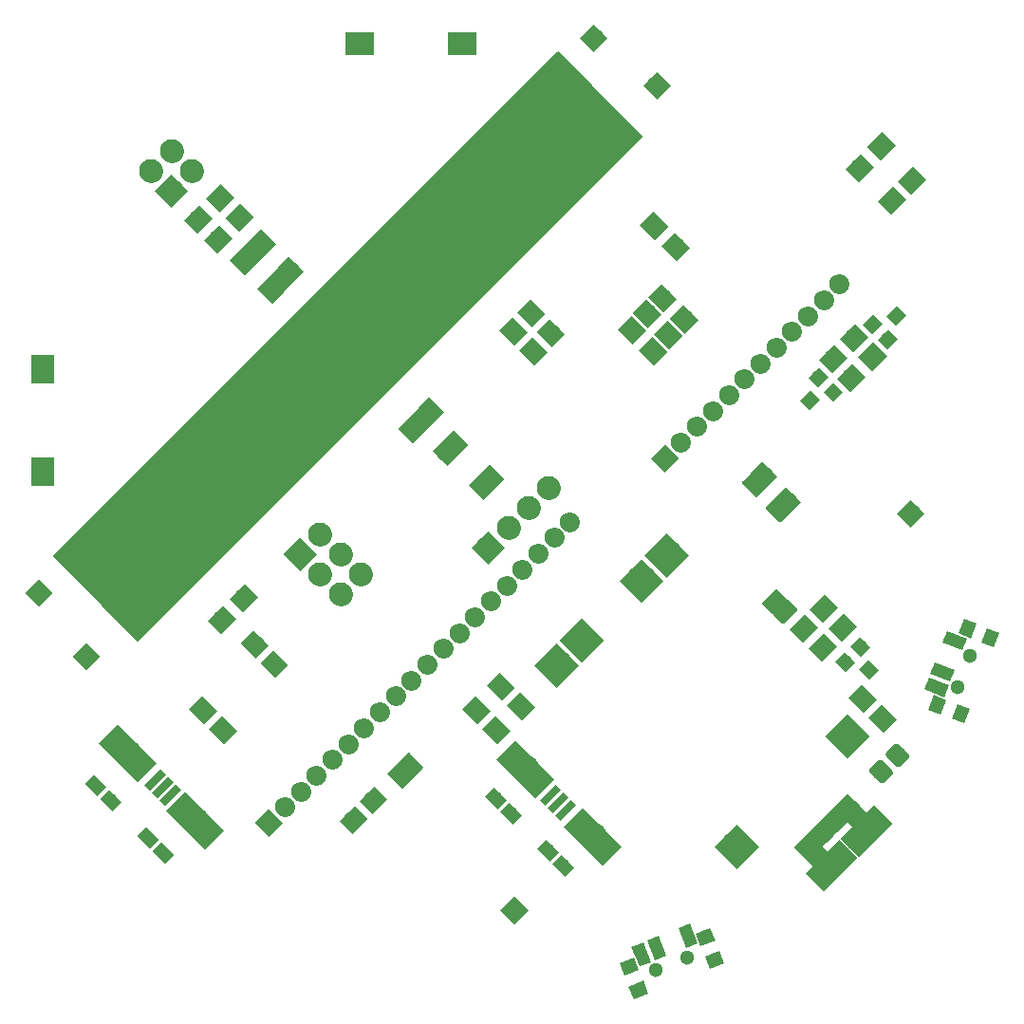
<source format=gbs>
G04 #@! TF.GenerationSoftware,KiCad,Pcbnew,(5.0.0)*
G04 #@! TF.CreationDate,2018-09-13T19:48:46+02:00*
G04 #@! TF.ProjectId,noname.kicad_pcb_45_grader,6E6F6E616D652E6B696361645F706362,rev?*
G04 #@! TF.SameCoordinates,PX5f5e100PY8f0d180*
G04 #@! TF.FileFunction,Soldermask,Bot*
G04 #@! TF.FilePolarity,Negative*
%FSLAX46Y46*%
G04 Gerber Fmt 4.6, Leading zero omitted, Abs format (unit mm)*
G04 Created by KiCad (PCBNEW (5.0.0)) date 09/13/18 19:48:46*
%MOMM*%
%LPD*%
G01*
G04 APERTURE LIST*
%ADD10C,0.150000*%
%ADD11C,1.400000*%
%ADD12C,0.100000*%
%ADD13C,1.200000*%
%ADD14C,1.100000*%
%ADD15C,1.300000*%
%ADD16C,2.400000*%
%ADD17C,1.750000*%
%ADD18R,2.580000X2.000000*%
%ADD19C,1.750000*%
%ADD20R,2.000000X2.580000*%
%ADD21C,1.575000*%
%ADD22C,2.300000*%
%ADD23C,1.875000*%
%ADD24C,0.850000*%
%ADD25C,0.700000*%
%ADD26C,1.550000*%
%ADD27C,1.700000*%
%ADD28C,2.800000*%
%ADD29C,1.000000*%
%ADD30C,2.100000*%
%ADD31C,2.100000*%
%ADD32C,1.650000*%
%ADD33C,1.150000*%
G04 APERTURE END LIST*
D10*
G36*
X22339023Y35002158D02*
X67311014Y79974149D01*
X59801540Y87483623D01*
X14843691Y42525774D01*
X22339023Y35002158D01*
G37*
X22339023Y35002158D02*
X67311014Y79974149D01*
X59801540Y87483623D01*
X14843691Y42525774D01*
X22339023Y35002158D01*
D11*
G04 #@! TO.C,JP9*
X53939625Y49589770D03*
D12*
G36*
X53762848Y50756496D02*
X55106351Y49412993D01*
X54116402Y48423044D01*
X52772899Y49766547D01*
X53762848Y50756496D01*
X53762848Y50756496D01*
G37*
D11*
X53020387Y48670532D03*
D12*
G36*
X52843610Y49837258D02*
X54187113Y48493755D01*
X53197164Y47503806D01*
X51853661Y48847309D01*
X52843610Y49837258D01*
X52843610Y49837258D01*
G37*
G04 #@! TD*
D13*
G04 #@! TO.C,Q1*
X89245467Y61872216D03*
D12*
G36*
X89210112Y60988333D02*
X88361584Y61836861D01*
X89280822Y62756099D01*
X90129350Y61907571D01*
X89210112Y60988333D01*
X89210112Y60988333D01*
G37*
D13*
X87901964Y63215719D03*
D12*
G36*
X87866609Y62331836D02*
X87018081Y63180364D01*
X87937319Y64099602D01*
X88785847Y63251074D01*
X87866609Y62331836D01*
X87866609Y62331836D01*
G37*
D13*
X89987929Y63958181D03*
D12*
G36*
X89952574Y63074298D02*
X89104046Y63922826D01*
X90023284Y64842064D01*
X90871812Y63993536D01*
X89952574Y63074298D01*
X89952574Y63074298D01*
G37*
G04 #@! TD*
D11*
G04 #@! TO.C,JP8*
X49788909Y51704021D03*
D12*
G36*
X49612132Y52870747D02*
X50955635Y51527244D01*
X49965686Y50537295D01*
X48622183Y51880798D01*
X49612132Y52870747D01*
X49612132Y52870747D01*
G37*
D11*
X50708147Y52623259D03*
D12*
G36*
X50531370Y53789985D02*
X51874873Y52446482D01*
X50884924Y51456533D01*
X49541421Y52800036D01*
X50531370Y53789985D01*
X50531370Y53789985D01*
G37*
G04 #@! TD*
D13*
G04 #@! TO.C,S4*
X72980894Y8555068D03*
D12*
G36*
X73412286Y9369869D02*
X73852087Y8253368D01*
X72549502Y7740267D01*
X72109701Y8856768D01*
X73412286Y9369869D01*
X73412286Y9369869D01*
G37*
D13*
X66188846Y5879609D03*
D12*
G36*
X66620238Y6694410D02*
X67060039Y5577909D01*
X65757454Y5064808D01*
X65317653Y6181309D01*
X66620238Y6694410D01*
X66620238Y6694410D01*
G37*
D13*
X66998814Y3823385D03*
D12*
G36*
X67430206Y4638186D02*
X67870007Y3521685D01*
X66567422Y3008584D01*
X66127621Y4125085D01*
X67430206Y4638186D01*
X67430206Y4638186D01*
G37*
D13*
X73790862Y6498845D03*
D12*
G36*
X74222254Y7313646D02*
X74662055Y6197145D01*
X73359470Y5684044D01*
X72919669Y6800545D01*
X74222254Y7313646D01*
X74222254Y7313646D01*
G37*
D14*
X67253205Y6997482D03*
D12*
G36*
X67416758Y8082954D02*
X68113111Y6315161D01*
X67089652Y5912010D01*
X66393299Y7679803D01*
X67416758Y8082954D01*
X67416758Y8082954D01*
G37*
D14*
X68648831Y7547234D03*
D12*
G36*
X68812384Y8632706D02*
X69508737Y6864913D01*
X68485278Y6461762D01*
X67788925Y8229555D01*
X68812384Y8632706D01*
X68812384Y8632706D01*
G37*
D14*
X71440083Y8646738D03*
D12*
G36*
X71603636Y9732210D02*
X72299989Y7964417D01*
X71276530Y7561266D01*
X70580177Y9329059D01*
X71603636Y9732210D01*
X71603636Y9732210D01*
G37*
D15*
X68596060Y5634823D03*
X71387313Y6734327D03*
G04 #@! TD*
D16*
G04 #@! TO.C,Y4*
X27465547Y18915479D03*
D12*
G36*
X24884607Y19799362D02*
X26581664Y21496419D01*
X30046487Y18031596D01*
X28349430Y16334539D01*
X24884607Y19799362D01*
X24884607Y19799362D01*
G37*
D16*
X21455139Y24925887D03*
D12*
G36*
X18874199Y25809770D02*
X20571256Y27506827D01*
X24036079Y24042004D01*
X22339022Y22344947D01*
X18874199Y25809770D01*
X18874199Y25809770D01*
G37*
G04 #@! TD*
D17*
G04 #@! TO.C,J14*
X91296076Y46301724D03*
D12*
G36*
X91296076Y45064287D02*
X90058639Y46301724D01*
X91296076Y47539161D01*
X92533513Y46301724D01*
X91296076Y45064287D01*
X91296076Y45064287D01*
G37*
G04 #@! TD*
D15*
G04 #@! TO.C,S2*
X96607639Y33646402D03*
X95508135Y30855149D03*
D14*
X95244980Y34989257D03*
D12*
G36*
X94562659Y35849163D02*
X96330452Y35152810D01*
X95927301Y34129351D01*
X94159508Y34825704D01*
X94562659Y35849163D01*
X94562659Y35849163D01*
G37*
D14*
X94145476Y32198005D03*
D12*
G36*
X93463155Y33057911D02*
X95230948Y32361558D01*
X94827797Y31338099D01*
X93060004Y32034452D01*
X93463155Y33057911D01*
X93463155Y33057911D01*
G37*
D14*
X93595724Y30802379D03*
D12*
G36*
X92913403Y31662285D02*
X94681196Y30965932D01*
X94278045Y29942473D01*
X92510252Y30638826D01*
X92913403Y31662285D01*
X92913403Y31662285D01*
G37*
D13*
X98419077Y35243648D03*
D12*
G36*
X98117377Y36114841D02*
X99233878Y35675040D01*
X98720777Y34372455D01*
X97604276Y34812256D01*
X98117377Y36114841D01*
X98117377Y36114841D01*
G37*
D13*
X95743617Y28451600D03*
D12*
G36*
X95441917Y29322793D02*
X96558418Y28882992D01*
X96045317Y27580407D01*
X94928816Y28020208D01*
X95441917Y29322793D01*
X95441917Y29322793D01*
G37*
D13*
X93687394Y29261568D03*
D12*
G36*
X93385694Y30132761D02*
X94502195Y29692960D01*
X93989094Y28390375D01*
X92872593Y28830176D01*
X93385694Y30132761D01*
X93385694Y30132761D01*
G37*
D13*
X96362853Y36053616D03*
D12*
G36*
X96061153Y36924809D02*
X97177654Y36485008D01*
X96664553Y35182423D01*
X95548052Y35622224D01*
X96061153Y36924809D01*
X96061153Y36924809D01*
G37*
G04 #@! TD*
D13*
G04 #@! TO.C,Q2*
X82301678Y56427493D03*
D12*
G36*
X82337033Y57311376D02*
X83185561Y56462848D01*
X82266323Y55543610D01*
X81417795Y56392138D01*
X82337033Y57311376D01*
X82337033Y57311376D01*
G37*
D13*
X84387643Y57169955D03*
D12*
G36*
X84422998Y58053838D02*
X85271526Y57205310D01*
X84352288Y56286072D01*
X83503760Y57134600D01*
X84422998Y58053838D01*
X84422998Y58053838D01*
G37*
D13*
X83044140Y58513458D03*
D12*
G36*
X83079495Y59397341D02*
X83928023Y58548813D01*
X83008785Y57629575D01*
X82160257Y58478103D01*
X83079495Y59397341D01*
X83079495Y59397341D01*
G37*
G04 #@! TD*
D18*
G04 #@! TO.C,S1*
X51281781Y88204872D03*
X42101781Y88204872D03*
G04 #@! TD*
D16*
G04 #@! TO.C,Y3*
X62926952Y17508336D03*
D12*
G36*
X65507892Y16624453D02*
X63810835Y14927396D01*
X60346012Y18392219D01*
X62043069Y20089276D01*
X65507892Y16624453D01*
X65507892Y16624453D01*
G37*
D16*
X56916544Y23518744D03*
D12*
G36*
X59497484Y22634861D02*
X57800427Y20937804D01*
X54335604Y24402627D01*
X56032661Y26099684D01*
X59497484Y22634861D01*
X59497484Y22634861D01*
G37*
G04 #@! TD*
D17*
G04 #@! TO.C,J13*
X55940737Y10946385D03*
D12*
G36*
X55940737Y9708948D02*
X54703300Y10946385D01*
X55940737Y12183822D01*
X57178174Y10946385D01*
X55940737Y9708948D01*
X55940737Y9708948D01*
G37*
G04 #@! TD*
D17*
G04 #@! TO.C,J4*
X68668659Y84485491D03*
D12*
G36*
X68668659Y83248054D02*
X67431222Y84485491D01*
X68668659Y85722928D01*
X69906096Y84485491D01*
X68668659Y83248054D01*
X68668659Y83248054D01*
G37*
G04 #@! TD*
D17*
G04 #@! TO.C,J16*
X84932115Y66807821D03*
D19*
X84932115Y66807821D02*
X84932115Y66807821D01*
D17*
X83517902Y65393608D03*
D19*
X83517902Y65393608D02*
X83517902Y65393608D01*
D17*
X82103688Y63979394D03*
D19*
X82103688Y63979394D02*
X82103688Y63979394D01*
D17*
X80689474Y62565180D03*
D19*
X80689474Y62565180D02*
X80689474Y62565180D01*
D17*
X79275261Y61150967D03*
D19*
X79275261Y61150967D02*
X79275261Y61150967D01*
D17*
X77861047Y59736753D03*
D19*
X77861047Y59736753D02*
X77861047Y59736753D01*
D17*
X76446834Y58322540D03*
D19*
X76446834Y58322540D02*
X76446834Y58322540D01*
D17*
X75032620Y56908326D03*
D19*
X75032620Y56908326D02*
X75032620Y56908326D01*
D17*
X73618407Y55494113D03*
D19*
X73618407Y55494113D02*
X73618407Y55494113D01*
D17*
X72204193Y54079899D03*
D19*
X72204193Y54079899D02*
X72204193Y54079899D01*
D17*
X70789980Y52665686D03*
D19*
X70789980Y52665686D02*
X70789980Y52665686D01*
D17*
X69375766Y51251472D03*
D12*
G36*
X70613203Y51251472D02*
X69375766Y50014035D01*
X68138329Y51251472D01*
X69375766Y52488909D01*
X70613203Y51251472D01*
X70613203Y51251472D01*
G37*
G04 #@! TD*
D17*
G04 #@! TO.C,J3*
X63011805Y88728131D03*
D12*
G36*
X63011805Y87490694D02*
X61774368Y88728131D01*
X63011805Y89965568D01*
X64249242Y88728131D01*
X63011805Y87490694D01*
X63011805Y87490694D01*
G37*
G04 #@! TD*
D20*
G04 #@! TO.C,S3*
X13832528Y59214371D03*
X13832528Y50034371D03*
G04 #@! TD*
D17*
G04 #@! TO.C,J15*
X60890485Y45594618D03*
D19*
X60890485Y45594618D02*
X60890485Y45594618D01*
D17*
X59476271Y44180404D03*
D19*
X59476271Y44180404D02*
X59476271Y44180404D01*
D17*
X58062058Y42766191D03*
D19*
X58062058Y42766191D02*
X58062058Y42766191D01*
D17*
X56647844Y41351977D03*
D19*
X56647844Y41351977D02*
X56647844Y41351977D01*
D17*
X55233630Y39937763D03*
D19*
X55233630Y39937763D02*
X55233630Y39937763D01*
D17*
X53819417Y38523550D03*
D19*
X53819417Y38523550D02*
X53819417Y38523550D01*
D17*
X52405203Y37109336D03*
D19*
X52405203Y37109336D02*
X52405203Y37109336D01*
D17*
X50990990Y35695123D03*
D19*
X50990990Y35695123D02*
X50990990Y35695123D01*
D17*
X49576776Y34280909D03*
D19*
X49576776Y34280909D02*
X49576776Y34280909D01*
D17*
X48162563Y32866696D03*
D19*
X48162563Y32866696D02*
X48162563Y32866696D01*
D17*
X46748349Y31452482D03*
D19*
X46748349Y31452482D02*
X46748349Y31452482D01*
D17*
X45334135Y30038268D03*
D19*
X45334135Y30038268D02*
X45334135Y30038268D01*
D17*
X43919922Y28624055D03*
D19*
X43919922Y28624055D02*
X43919922Y28624055D01*
D17*
X42505708Y27209841D03*
D19*
X42505708Y27209841D02*
X42505708Y27209841D01*
D17*
X41091495Y25795628D03*
D19*
X41091495Y25795628D02*
X41091495Y25795628D01*
D17*
X39677281Y24381414D03*
D19*
X39677281Y24381414D02*
X39677281Y24381414D01*
D17*
X38263068Y22967201D03*
D19*
X38263068Y22967201D02*
X38263068Y22967201D01*
D17*
X36848854Y21552987D03*
D19*
X36848854Y21552987D02*
X36848854Y21552987D01*
D17*
X35434641Y20138774D03*
D19*
X35434641Y20138774D02*
X35434641Y20138774D01*
D17*
X34020427Y18724560D03*
D12*
G36*
X35257864Y18724560D02*
X34020427Y17487123D01*
X32782990Y18724560D01*
X34020427Y19961997D01*
X35257864Y18724560D01*
X35257864Y18724560D01*
G37*
G04 #@! TD*
D11*
G04 #@! TO.C,JP6*
X46691780Y53726345D03*
D12*
G36*
X46868557Y52559619D02*
X45525054Y53903122D01*
X46515003Y54893071D01*
X47858506Y53549568D01*
X46868557Y52559619D01*
X46868557Y52559619D01*
G37*
D11*
X47611019Y54645584D03*
D12*
G36*
X47787796Y53478858D02*
X46444293Y54822361D01*
X47434242Y55812310D01*
X48777745Y54468807D01*
X47787796Y53478858D01*
X47787796Y53478858D01*
G37*
D11*
X48530258Y55564823D03*
D12*
G36*
X48707035Y54398097D02*
X47363532Y55741600D01*
X48353481Y56731549D01*
X49696984Y55388046D01*
X48707035Y54398097D01*
X48707035Y54398097D01*
G37*
G04 #@! TD*
D17*
G04 #@! TO.C,J1*
X13514330Y39230657D03*
D12*
G36*
X13514330Y37993220D02*
X12276893Y39230657D01*
X13514330Y40468094D01*
X14751767Y39230657D01*
X13514330Y37993220D01*
X13514330Y37993220D01*
G37*
G04 #@! TD*
D21*
G04 #@! TO.C,J5*
X85186673Y15867848D03*
D12*
G36*
X84930347Y17237867D02*
X86556692Y15611522D01*
X85442999Y14497829D01*
X83816654Y16124174D01*
X84930347Y17237867D01*
X84930347Y17237867D01*
G37*
D21*
X86374613Y17055788D03*
D12*
G36*
X86118287Y18425807D02*
X87744632Y16799462D01*
X86630939Y15685769D01*
X85004594Y17312114D01*
X86118287Y18425807D01*
X86118287Y18425807D01*
G37*
D22*
X83722962Y14404137D03*
D12*
G36*
X83890900Y16198420D02*
X85517245Y14572075D01*
X83555024Y12609854D01*
X81928679Y14236199D01*
X83890900Y16198420D01*
X83890900Y16198420D01*
G37*
D22*
X87838324Y18519499D03*
D12*
G36*
X88006262Y20313782D02*
X89632607Y18687437D01*
X87670386Y16725216D01*
X86044041Y18351561D01*
X88006262Y20313782D01*
X88006262Y20313782D01*
G37*
D23*
X82413047Y16346913D03*
D12*
G36*
X82192076Y17893709D02*
X83959843Y16125942D01*
X82634018Y14800117D01*
X80866251Y16567884D01*
X82192076Y17893709D01*
X82192076Y17893709D01*
G37*
D23*
X85895548Y19829414D03*
D12*
G36*
X85674577Y21376210D02*
X87442344Y19608443D01*
X86116519Y18282618D01*
X84348752Y20050385D01*
X85674577Y21376210D01*
X85674577Y21376210D01*
G37*
D24*
X82980500Y17423483D03*
D12*
G36*
X82651695Y18353328D02*
X83910345Y17094678D01*
X83309305Y16493638D01*
X82050655Y17752288D01*
X82651695Y18353328D01*
X82651695Y18353328D01*
G37*
D24*
X83440120Y17883102D03*
D12*
G36*
X83111315Y18812947D02*
X84369965Y17554297D01*
X83768925Y16953257D01*
X82510275Y18211907D01*
X83111315Y18812947D01*
X83111315Y18812947D01*
G37*
D24*
X83899739Y18342722D03*
D12*
G36*
X83570934Y19272567D02*
X84829584Y18013917D01*
X84228544Y17412877D01*
X82969894Y18671527D01*
X83570934Y19272567D01*
X83570934Y19272567D01*
G37*
D24*
X84359359Y18802341D03*
D12*
G36*
X84030554Y19732186D02*
X85289204Y18473536D01*
X84688164Y17872496D01*
X83429514Y19131146D01*
X84030554Y19732186D01*
X84030554Y19732186D01*
G37*
D24*
X84818978Y19261961D03*
D12*
G36*
X84490173Y20191806D02*
X85748823Y18933156D01*
X85147783Y18332116D01*
X83889133Y19590766D01*
X84490173Y20191806D01*
X84490173Y20191806D01*
G37*
G04 #@! TD*
D13*
G04 #@! TO.C,U2*
X85462446Y33114183D03*
D12*
G36*
X84578563Y33149538D02*
X85427091Y33998066D01*
X86346329Y33078828D01*
X85497801Y32230300D01*
X84578563Y33149538D01*
X84578563Y33149538D01*
G37*
D13*
X86805949Y34457686D03*
D12*
G36*
X85922066Y34493041D02*
X86770594Y35341569D01*
X87689832Y34422331D01*
X86841304Y33573803D01*
X85922066Y34493041D01*
X85922066Y34493041D01*
G37*
D13*
X87548411Y32371721D03*
D12*
G36*
X86664528Y32407076D02*
X87513056Y33255604D01*
X88432294Y32336366D01*
X87583766Y31487838D01*
X86664528Y32407076D01*
X86664528Y32407076D01*
G37*
G04 #@! TD*
D25*
G04 #@! TO.C,Y2*
X25231089Y21220647D03*
D12*
G36*
X26185683Y21680266D02*
X24771470Y20266053D01*
X24276495Y20761028D01*
X25690708Y22175241D01*
X26185683Y21680266D01*
X26185683Y21680266D01*
G37*
D25*
X24559338Y21892398D03*
D12*
G36*
X25513932Y22352017D02*
X24099719Y20937804D01*
X23604744Y21432779D01*
X25018957Y22846992D01*
X25513932Y22352017D01*
X25513932Y22352017D01*
G37*
D25*
X23887587Y22564149D03*
D12*
G36*
X24842181Y23023768D02*
X23427968Y21609555D01*
X22932993Y22104530D01*
X24347206Y23518743D01*
X24842181Y23023768D01*
X24842181Y23023768D01*
G37*
G04 #@! TD*
G04 #@! TO.C,D26*
G36*
X88606743Y24346286D02*
X88639453Y24341434D01*
X88671529Y24333400D01*
X88702663Y24322260D01*
X88732556Y24308122D01*
X88760919Y24291122D01*
X88787479Y24271424D01*
X88811980Y24249217D01*
X89608244Y23452953D01*
X89630451Y23428452D01*
X89650149Y23401892D01*
X89667149Y23373529D01*
X89681287Y23343636D01*
X89692427Y23312502D01*
X89700461Y23280426D01*
X89705313Y23247716D01*
X89706936Y23214689D01*
X89705313Y23181662D01*
X89700461Y23148952D01*
X89692427Y23116876D01*
X89681287Y23085742D01*
X89667149Y23055849D01*
X89650149Y23027486D01*
X89630451Y23000926D01*
X89608244Y22976425D01*
X88988756Y22356937D01*
X88964255Y22334730D01*
X88937695Y22315032D01*
X88909332Y22298032D01*
X88879439Y22283894D01*
X88848305Y22272754D01*
X88816229Y22264720D01*
X88783519Y22259868D01*
X88750492Y22258245D01*
X88717465Y22259868D01*
X88684755Y22264720D01*
X88652679Y22272754D01*
X88621545Y22283894D01*
X88591652Y22298032D01*
X88563289Y22315032D01*
X88536729Y22334730D01*
X88512228Y22356937D01*
X87715964Y23153201D01*
X87693757Y23177702D01*
X87674059Y23204262D01*
X87657059Y23232625D01*
X87642921Y23262518D01*
X87631781Y23293652D01*
X87623747Y23325728D01*
X87618895Y23358438D01*
X87617272Y23391465D01*
X87618895Y23424492D01*
X87623747Y23457202D01*
X87631781Y23489278D01*
X87642921Y23520412D01*
X87657059Y23550305D01*
X87674059Y23578668D01*
X87693757Y23605228D01*
X87715964Y23629729D01*
X88335452Y24249217D01*
X88359953Y24271424D01*
X88386513Y24291122D01*
X88414876Y24308122D01*
X88444769Y24322260D01*
X88475903Y24333400D01*
X88507979Y24341434D01*
X88540689Y24346286D01*
X88573716Y24347909D01*
X88606743Y24346286D01*
X88606743Y24346286D01*
G37*
D26*
X88662104Y23303077D03*
D12*
G36*
X90056311Y25795854D02*
X90089021Y25791002D01*
X90121097Y25782968D01*
X90152231Y25771828D01*
X90182124Y25757690D01*
X90210487Y25740690D01*
X90237047Y25720992D01*
X90261548Y25698785D01*
X91057812Y24902521D01*
X91080019Y24878020D01*
X91099717Y24851460D01*
X91116717Y24823097D01*
X91130855Y24793204D01*
X91141995Y24762070D01*
X91150029Y24729994D01*
X91154881Y24697284D01*
X91156504Y24664257D01*
X91154881Y24631230D01*
X91150029Y24598520D01*
X91141995Y24566444D01*
X91130855Y24535310D01*
X91116717Y24505417D01*
X91099717Y24477054D01*
X91080019Y24450494D01*
X91057812Y24425993D01*
X90438324Y23806505D01*
X90413823Y23784298D01*
X90387263Y23764600D01*
X90358900Y23747600D01*
X90329007Y23733462D01*
X90297873Y23722322D01*
X90265797Y23714288D01*
X90233087Y23709436D01*
X90200060Y23707813D01*
X90167033Y23709436D01*
X90134323Y23714288D01*
X90102247Y23722322D01*
X90071113Y23733462D01*
X90041220Y23747600D01*
X90012857Y23764600D01*
X89986297Y23784298D01*
X89961796Y23806505D01*
X89165532Y24602769D01*
X89143325Y24627270D01*
X89123627Y24653830D01*
X89106627Y24682193D01*
X89092489Y24712086D01*
X89081349Y24743220D01*
X89073315Y24775296D01*
X89068463Y24808006D01*
X89066840Y24841033D01*
X89068463Y24874060D01*
X89073315Y24906770D01*
X89081349Y24938846D01*
X89092489Y24969980D01*
X89106627Y24999873D01*
X89123627Y25028236D01*
X89143325Y25054796D01*
X89165532Y25079297D01*
X89785020Y25698785D01*
X89809521Y25720992D01*
X89836081Y25740690D01*
X89864444Y25757690D01*
X89894337Y25771828D01*
X89925471Y25782968D01*
X89957547Y25791002D01*
X89990257Y25795854D01*
X90023284Y25797477D01*
X90056311Y25795854D01*
X90056311Y25795854D01*
G37*
D26*
X90111672Y24752645D03*
G04 #@! TD*
D25*
G04 #@! TO.C,Y1*
X60515718Y19848860D03*
D12*
G36*
X59561124Y19389241D02*
X60975337Y20803454D01*
X61470312Y20308479D01*
X60056099Y18894266D01*
X59561124Y19389241D01*
X59561124Y19389241D01*
G37*
D25*
X59843967Y20520611D03*
D12*
G36*
X58889373Y20060992D02*
X60303586Y21475205D01*
X60798561Y20980230D01*
X59384348Y19566017D01*
X58889373Y20060992D01*
X58889373Y20060992D01*
G37*
D25*
X59172216Y21192362D03*
D12*
G36*
X58217622Y20732743D02*
X59631835Y22146956D01*
X60126810Y21651981D01*
X58712597Y20237768D01*
X58217622Y20732743D01*
X58217622Y20732743D01*
G37*
G04 #@! TD*
D27*
G04 #@! TO.C,R13*
X27762532Y72570741D03*
D12*
G36*
X27833243Y73843533D02*
X29035324Y72641452D01*
X27691821Y71297949D01*
X26489740Y72500030D01*
X27833243Y73843533D01*
X27833243Y73843533D01*
G37*
D27*
X29671720Y74479929D03*
D12*
G36*
X29742431Y75752721D02*
X30944512Y74550640D01*
X29601009Y73207137D01*
X28398928Y74409218D01*
X29742431Y75752721D01*
X29742431Y75752721D01*
G37*
G04 #@! TD*
D27*
G04 #@! TO.C,R14*
X31439487Y72712162D03*
D12*
G36*
X31510198Y73984954D02*
X32712279Y72782873D01*
X31368776Y71439370D01*
X30166695Y72641451D01*
X31510198Y73984954D01*
X31510198Y73984954D01*
G37*
D27*
X29530299Y70802974D03*
D12*
G36*
X29601010Y72075766D02*
X30803091Y70873685D01*
X29459588Y69530182D01*
X28257507Y70732263D01*
X29601010Y72075766D01*
X29601010Y72075766D01*
G37*
G04 #@! TD*
D11*
G04 #@! TO.C,JP7*
X31686974Y68717009D03*
D12*
G36*
X31863751Y67550283D02*
X30520248Y68893786D01*
X31510197Y69883735D01*
X32853700Y68540232D01*
X31863751Y67550283D01*
X31863751Y67550283D01*
G37*
D11*
X32606213Y69636248D03*
D12*
G36*
X32782990Y68469522D02*
X31439487Y69813025D01*
X32429436Y70802974D01*
X33772939Y69459471D01*
X32782990Y68469522D01*
X32782990Y68469522D01*
G37*
D11*
X33525452Y70555487D03*
D12*
G36*
X33702229Y69388761D02*
X32358726Y70732264D01*
X33348675Y71722213D01*
X34692178Y70378710D01*
X33702229Y69388761D01*
X33702229Y69388761D01*
G37*
G04 #@! TD*
D11*
G04 #@! TO.C,JP5*
X36000326Y68080613D03*
D12*
G36*
X36177103Y66913887D02*
X34833600Y68257390D01*
X35823549Y69247339D01*
X37167052Y67903836D01*
X36177103Y66913887D01*
X36177103Y66913887D01*
G37*
D11*
X35081087Y67161374D03*
D12*
G36*
X35257864Y65994648D02*
X33914361Y67338151D01*
X34904310Y68328100D01*
X36247813Y66984597D01*
X35257864Y65994648D01*
X35257864Y65994648D01*
G37*
D11*
X34161848Y66242135D03*
D12*
G36*
X34338625Y65075409D02*
X32995122Y66418912D01*
X33985071Y67408861D01*
X35328574Y66065358D01*
X34338625Y65075409D01*
X34338625Y65075409D01*
G37*
G04 #@! TD*
D17*
G04 #@! TO.C,J2*
X17756971Y33573802D03*
D12*
G36*
X17756971Y32336365D02*
X16519534Y33573802D01*
X17756971Y34811239D01*
X18994408Y33573802D01*
X17756971Y32336365D01*
X17756971Y32336365D01*
G37*
G04 #@! TD*
D27*
G04 #@! TO.C,R1*
X68421172Y72005056D03*
D12*
G36*
X69693964Y71934345D02*
X68491883Y70732264D01*
X67148380Y72075767D01*
X68350461Y73277848D01*
X69693964Y71934345D01*
X69693964Y71934345D01*
G37*
D27*
X70330360Y70095868D03*
D12*
G36*
X71603152Y70025157D02*
X70401071Y68823076D01*
X69057568Y70166579D01*
X70259649Y71368660D01*
X71603152Y70025157D01*
X71603152Y70025157D01*
G37*
G04 #@! TD*
D28*
G04 #@! TO.C,M1*
X69538400Y42575272D03*
D12*
G36*
X71518299Y42575272D02*
X69538400Y40595373D01*
X67558501Y42575272D01*
X69538400Y44555171D01*
X71518299Y42575272D01*
X71518299Y42575272D01*
G37*
D28*
X67275659Y40312530D03*
D12*
G36*
X69255558Y40312530D02*
X67275659Y38332631D01*
X65295760Y40312530D01*
X67275659Y42292429D01*
X69255558Y40312530D01*
X69255558Y40312530D01*
G37*
D28*
X61972358Y35009229D03*
D12*
G36*
X63952257Y35009229D02*
X61972358Y33029330D01*
X59992459Y35009229D01*
X61972358Y36989128D01*
X63952257Y35009229D01*
X63952257Y35009229D01*
G37*
D28*
X59709616Y32746487D03*
D12*
G36*
X61689515Y32746487D02*
X59709616Y30766588D01*
X57729717Y32746487D01*
X59709616Y34726386D01*
X61689515Y32746487D01*
X61689515Y32746487D01*
G37*
D28*
X75782153Y16574955D03*
D12*
G36*
X77762052Y16574955D02*
X75782153Y14595056D01*
X73802254Y16574955D01*
X75782153Y18554854D01*
X77762052Y16574955D01*
X77762052Y16574955D01*
G37*
D28*
X85660435Y26453237D03*
D12*
G36*
X87640334Y26453237D02*
X85660435Y24473338D01*
X83680536Y26453237D01*
X85660435Y28433136D01*
X87640334Y26453237D01*
X87640334Y26453237D01*
G37*
G04 #@! TD*
D11*
G04 #@! TO.C,JP2*
X80371276Y47539161D03*
D12*
G36*
X80548053Y46372435D02*
X79204550Y47715938D01*
X80194499Y48705887D01*
X81538002Y47362384D01*
X80548053Y46372435D01*
X80548053Y46372435D01*
G37*
D29*
X79452038Y46619923D03*
D12*
G36*
X79164147Y47670100D02*
X79198725Y47688583D01*
X79236243Y47699964D01*
X79275261Y47703806D01*
X79314279Y47699964D01*
X79351798Y47688583D01*
X79386375Y47670100D01*
X79416683Y47645228D01*
X79593459Y47468451D01*
X79734881Y47609872D01*
X79765188Y47634745D01*
X79799766Y47653227D01*
X79837284Y47664608D01*
X79876302Y47668451D01*
X79915320Y47664608D01*
X79952839Y47653227D01*
X79987416Y47634745D01*
X80017723Y47609872D01*
X80441987Y47185608D01*
X80466860Y47155301D01*
X80485342Y47120724D01*
X80496723Y47083205D01*
X80500566Y47044187D01*
X80496723Y47005169D01*
X80485342Y46967651D01*
X80466860Y46933073D01*
X80441987Y46902766D01*
X80300566Y46761344D01*
X80477343Y46584568D01*
X80502215Y46554260D01*
X80520698Y46519683D01*
X80532079Y46482164D01*
X80535921Y46443146D01*
X80532079Y46404128D01*
X80520698Y46366610D01*
X80502215Y46332032D01*
X80477343Y46301725D01*
X79770236Y45594618D01*
X79739929Y45569746D01*
X79705351Y45551263D01*
X79667833Y45539882D01*
X79628815Y45536040D01*
X79589797Y45539882D01*
X79552278Y45551263D01*
X79517701Y45569746D01*
X79487393Y45594618D01*
X78426733Y46655278D01*
X78401861Y46685586D01*
X78383378Y46720163D01*
X78371997Y46757682D01*
X78368155Y46796700D01*
X78371997Y46835718D01*
X78383378Y46873236D01*
X78401861Y46907814D01*
X78426733Y46938121D01*
X79133840Y47645228D01*
X79164147Y47670100D01*
X79164147Y47670100D01*
G37*
G04 #@! TD*
D11*
G04 #@! TO.C,JP3*
X45772542Y22967201D03*
D12*
G36*
X45595765Y24133927D02*
X46939268Y22790424D01*
X45949319Y21800475D01*
X44605816Y23143978D01*
X45595765Y24133927D01*
X45595765Y24133927D01*
G37*
D29*
X46691780Y23886439D03*
D12*
G36*
X46979671Y22836262D02*
X46945093Y22817779D01*
X46907575Y22806398D01*
X46868557Y22802556D01*
X46829539Y22806398D01*
X46792020Y22817779D01*
X46757443Y22836262D01*
X46727135Y22861134D01*
X46550359Y23037911D01*
X46408937Y22896490D01*
X46378630Y22871617D01*
X46344052Y22853135D01*
X46306534Y22841754D01*
X46267516Y22837911D01*
X46228498Y22841754D01*
X46190979Y22853135D01*
X46156402Y22871617D01*
X46126095Y22896490D01*
X45701831Y23320754D01*
X45676958Y23351061D01*
X45658476Y23385638D01*
X45647095Y23423157D01*
X45643252Y23462175D01*
X45647095Y23501193D01*
X45658476Y23538711D01*
X45676958Y23573289D01*
X45701831Y23603596D01*
X45843252Y23745018D01*
X45666475Y23921794D01*
X45641603Y23952102D01*
X45623120Y23986679D01*
X45611739Y24024198D01*
X45607897Y24063216D01*
X45611739Y24102234D01*
X45623120Y24139752D01*
X45641603Y24174330D01*
X45666475Y24204637D01*
X46373582Y24911744D01*
X46403889Y24936616D01*
X46438467Y24955099D01*
X46475985Y24966480D01*
X46515003Y24970322D01*
X46554021Y24966480D01*
X46591540Y24955099D01*
X46626117Y24936616D01*
X46656425Y24911744D01*
X47717085Y23851084D01*
X47741957Y23820776D01*
X47760440Y23786199D01*
X47771821Y23748680D01*
X47775663Y23709662D01*
X47771821Y23670644D01*
X47760440Y23633126D01*
X47741957Y23598548D01*
X47717085Y23568241D01*
X47009978Y22861134D01*
X46979671Y22836262D01*
X46979671Y22836262D01*
G37*
G04 #@! TD*
D29*
G04 #@! TO.C,JP1*
X77330718Y48882665D03*
D12*
G36*
X77042827Y49932842D02*
X77077405Y49951325D01*
X77114923Y49962706D01*
X77153941Y49966548D01*
X77192959Y49962706D01*
X77230478Y49951325D01*
X77265055Y49932842D01*
X77295363Y49907970D01*
X77472139Y49731193D01*
X77613561Y49872614D01*
X77643868Y49897487D01*
X77678446Y49915969D01*
X77715964Y49927350D01*
X77754982Y49931193D01*
X77794000Y49927350D01*
X77831519Y49915969D01*
X77866096Y49897487D01*
X77896403Y49872614D01*
X78320667Y49448350D01*
X78345540Y49418043D01*
X78364022Y49383466D01*
X78375403Y49345947D01*
X78379246Y49306929D01*
X78375403Y49267911D01*
X78364022Y49230393D01*
X78345540Y49195815D01*
X78320667Y49165508D01*
X78179246Y49024086D01*
X78356023Y48847310D01*
X78380895Y48817002D01*
X78399378Y48782425D01*
X78410759Y48744906D01*
X78414601Y48705888D01*
X78410759Y48666870D01*
X78399378Y48629352D01*
X78380895Y48594774D01*
X78356023Y48564467D01*
X77648916Y47857360D01*
X77618609Y47832488D01*
X77584031Y47814005D01*
X77546513Y47802624D01*
X77507495Y47798782D01*
X77468477Y47802624D01*
X77430958Y47814005D01*
X77396381Y47832488D01*
X77366073Y47857360D01*
X76305413Y48918020D01*
X76280541Y48948328D01*
X76262058Y48982905D01*
X76250677Y49020424D01*
X76246835Y49059442D01*
X76250677Y49098460D01*
X76262058Y49135978D01*
X76280541Y49170556D01*
X76305413Y49200863D01*
X77012520Y49907970D01*
X77042827Y49932842D01*
X77042827Y49932842D01*
G37*
D11*
X78249956Y49801903D03*
D12*
G36*
X78426733Y48635177D02*
X77083230Y49978680D01*
X78073179Y50968629D01*
X79416682Y49625126D01*
X78426733Y48635177D01*
X78426733Y48635177D01*
G37*
G04 #@! TD*
D27*
G04 #@! TO.C,R10*
X29883852Y36875991D03*
D12*
G36*
X29813141Y35603199D02*
X28611060Y36805280D01*
X29954563Y38148783D01*
X31156644Y36946702D01*
X29813141Y35603199D01*
X29813141Y35603199D01*
G37*
D27*
X31793040Y38785179D03*
D12*
G36*
X31722329Y37512387D02*
X30520248Y38714468D01*
X31863751Y40057971D01*
X33065832Y38855890D01*
X31722329Y37512387D01*
X31722329Y37512387D01*
G37*
G04 #@! TD*
D27*
G04 #@! TO.C,R9*
X88672710Y79076124D03*
D12*
G36*
X88601999Y77803332D02*
X87399918Y79005413D01*
X88743421Y80348916D01*
X89945502Y79146835D01*
X88601999Y77803332D01*
X88601999Y77803332D01*
G37*
D27*
X86763522Y77166936D03*
D12*
G36*
X86692811Y75894144D02*
X85490730Y77096225D01*
X86834233Y78439728D01*
X88036314Y77237647D01*
X86692811Y75894144D01*
X86692811Y75894144D01*
G37*
G04 #@! TD*
D30*
G04 #@! TO.C,J7*
X25344227Y75102184D03*
D12*
G36*
X26829151Y75102184D02*
X25344227Y73617260D01*
X23859303Y75102184D01*
X25344227Y76587108D01*
X26829151Y75102184D01*
X26829151Y75102184D01*
G37*
D30*
X23548176Y76898235D03*
D31*
X23548176Y76898235D02*
X23548176Y76898235D01*
D30*
X27140278Y76898235D03*
D31*
X27140278Y76898235D02*
X27140278Y76898235D01*
D30*
X25344227Y78694286D03*
D31*
X25344227Y78694286D02*
X25344227Y78694286D01*
G04 #@! TD*
D27*
G04 #@! TO.C,R4*
X66420060Y62706602D03*
D12*
G36*
X65147268Y62777313D02*
X66349349Y63979394D01*
X67692852Y62635891D01*
X66490771Y61433810D01*
X65147268Y62777313D01*
X65147268Y62777313D01*
G37*
D27*
X68329248Y60797414D03*
D12*
G36*
X67056456Y60868125D02*
X68258537Y62070206D01*
X69602040Y60726703D01*
X68399959Y59524622D01*
X67056456Y60868125D01*
X67056456Y60868125D01*
G37*
G04 #@! TD*
D27*
G04 #@! TO.C,R5*
X85992776Y58435677D03*
D12*
G36*
X85922065Y57162885D02*
X84719984Y58364966D01*
X86063487Y59708469D01*
X87265568Y58506388D01*
X85922065Y57162885D01*
X85922065Y57162885D01*
G37*
D27*
X87901964Y60344865D03*
D12*
G36*
X87831253Y59072073D02*
X86629172Y60274154D01*
X87972675Y61617657D01*
X89174756Y60415576D01*
X87831253Y59072073D01*
X87831253Y59072073D01*
G37*
G04 #@! TD*
D27*
G04 #@! TO.C,R3*
X69693964Y62246982D03*
D12*
G36*
X68421172Y62317693D02*
X69623253Y63519774D01*
X70966756Y62176271D01*
X69764675Y60974190D01*
X68421172Y62317693D01*
X68421172Y62317693D01*
G37*
D27*
X67784776Y64156170D03*
D12*
G36*
X66511984Y64226881D02*
X67714065Y65428962D01*
X69057568Y64085459D01*
X67855487Y62883378D01*
X66511984Y64226881D01*
X66511984Y64226881D01*
G37*
G04 #@! TD*
D27*
G04 #@! TO.C,R2*
X69156563Y65556242D03*
D12*
G36*
X67883771Y65626953D02*
X69085852Y66829034D01*
X70429355Y65485531D01*
X69227274Y64283450D01*
X67883771Y65626953D01*
X67883771Y65626953D01*
G37*
D27*
X71065751Y63647054D03*
D12*
G36*
X69792959Y63717765D02*
X70995040Y64919846D01*
X72338543Y63576343D01*
X71136462Y62374262D01*
X69792959Y63717765D01*
X69792959Y63717765D01*
G37*
G04 #@! TD*
D29*
G04 #@! TO.C,JP4*
X80088433Y37568956D03*
D12*
G36*
X79038256Y37281065D02*
X79019773Y37315643D01*
X79008392Y37353161D01*
X79004550Y37392179D01*
X79008392Y37431197D01*
X79019773Y37468716D01*
X79038256Y37503293D01*
X79063128Y37533601D01*
X79239905Y37710377D01*
X79098484Y37851799D01*
X79073611Y37882106D01*
X79055129Y37916684D01*
X79043748Y37954202D01*
X79039905Y37993220D01*
X79043748Y38032238D01*
X79055129Y38069757D01*
X79073611Y38104334D01*
X79098484Y38134641D01*
X79522748Y38558905D01*
X79553055Y38583778D01*
X79587632Y38602260D01*
X79625151Y38613641D01*
X79664169Y38617484D01*
X79703187Y38613641D01*
X79740705Y38602260D01*
X79775283Y38583778D01*
X79805590Y38558905D01*
X79947012Y38417484D01*
X80123788Y38594261D01*
X80154096Y38619133D01*
X80188673Y38637616D01*
X80226192Y38648997D01*
X80265210Y38652839D01*
X80304228Y38648997D01*
X80341746Y38637616D01*
X80376324Y38619133D01*
X80406631Y38594261D01*
X81113738Y37887154D01*
X81138610Y37856847D01*
X81157093Y37822269D01*
X81168474Y37784751D01*
X81172316Y37745733D01*
X81168474Y37706715D01*
X81157093Y37669196D01*
X81138610Y37634619D01*
X81113738Y37604311D01*
X80053078Y36543651D01*
X80022770Y36518779D01*
X79988193Y36500296D01*
X79950674Y36488915D01*
X79911656Y36485073D01*
X79872638Y36488915D01*
X79835120Y36500296D01*
X79800542Y36518779D01*
X79770235Y36543651D01*
X79063128Y37250758D01*
X79038256Y37281065D01*
X79038256Y37281065D01*
G37*
D11*
X79169195Y38488194D03*
D12*
G36*
X80335921Y38664971D02*
X78992418Y37321468D01*
X78002469Y38311417D01*
X79345972Y39654920D01*
X80335921Y38664971D01*
X80335921Y38664971D01*
G37*
G04 #@! TD*
D30*
G04 #@! TO.C,J8*
X58988368Y48642248D03*
D31*
X58988368Y48642248D02*
X58988368Y48642248D01*
D30*
X57192316Y46846196D03*
D31*
X57192316Y46846196D02*
X57192316Y46846196D01*
D30*
X55396265Y45050145D03*
D31*
X55396265Y45050145D02*
X55396265Y45050145D01*
D30*
X53600214Y43254094D03*
D12*
G36*
X55085138Y43254094D02*
X53600214Y41769170D01*
X52115290Y43254094D01*
X53600214Y44739018D01*
X55085138Y43254094D01*
X55085138Y43254094D01*
G37*
G04 #@! TD*
D27*
G04 #@! TO.C,R6*
X84359359Y60097378D03*
D12*
G36*
X84430070Y61370170D02*
X85632151Y60168089D01*
X84288648Y58824586D01*
X83086567Y60026667D01*
X84430070Y61370170D01*
X84430070Y61370170D01*
G37*
D27*
X86268547Y62006566D03*
D12*
G36*
X86339258Y63279358D02*
X87541339Y62077277D01*
X86197836Y60733774D01*
X84995755Y61935855D01*
X86339258Y63279358D01*
X86339258Y63279358D01*
G37*
G04 #@! TD*
D32*
G04 #@! TO.C,C7*
X29954563Y27033065D03*
D12*
G36*
X31209678Y26944677D02*
X30042951Y25777950D01*
X28699448Y27121453D01*
X29866175Y28288180D01*
X31209678Y26944677D01*
X31209678Y26944677D01*
G37*
D32*
X28186797Y28800831D03*
D12*
G36*
X29441912Y28712443D02*
X28275185Y27545716D01*
X26931682Y28889219D01*
X28098409Y30055946D01*
X29441912Y28712443D01*
X29441912Y28712443D01*
G37*
G04 #@! TD*
D32*
G04 #@! TO.C,C10*
X41586470Y18964977D03*
D12*
G36*
X41498082Y17709862D02*
X40331355Y18876589D01*
X41674858Y20220092D01*
X42841585Y19053365D01*
X41498082Y17709862D01*
X41498082Y17709862D01*
G37*
D32*
X43354236Y20732743D03*
D12*
G36*
X43265848Y19477628D02*
X42099121Y20644355D01*
X43442624Y21987858D01*
X44609351Y20821131D01*
X43265848Y19477628D01*
X43265848Y19477628D01*
G37*
G04 #@! TD*
D32*
G04 #@! TO.C,C4*
X85250313Y36154742D03*
D12*
G36*
X85338701Y37409857D02*
X86505428Y36243130D01*
X85161925Y34899627D01*
X83995198Y36066354D01*
X85338701Y37409857D01*
X85338701Y37409857D01*
G37*
D32*
X83482547Y34386976D03*
D12*
G36*
X83570935Y35642091D02*
X84737662Y34475364D01*
X83394159Y33131861D01*
X82227432Y34298588D01*
X83570935Y35642091D01*
X83570935Y35642091D01*
G37*
G04 #@! TD*
D33*
G04 #@! TO.C,C37*
X55657894Y19573088D03*
D12*
G36*
X54685622Y19732187D02*
X55498795Y20545360D01*
X56630166Y19413989D01*
X55816993Y18600816D01*
X54685622Y19732187D01*
X54685622Y19732187D01*
G37*
D33*
X54314392Y20916590D03*
D12*
G36*
X53342120Y21075689D02*
X54155293Y21888862D01*
X55286664Y20757491D01*
X54473491Y19944318D01*
X53342120Y21075689D01*
X53342120Y21075689D01*
G37*
G04 #@! TD*
D32*
G04 #@! TO.C,C8*
X54745727Y30879725D03*
D12*
G36*
X56000842Y30791337D02*
X54834115Y29624610D01*
X53490612Y30968113D01*
X54657339Y32134840D01*
X56000842Y30791337D01*
X56000842Y30791337D01*
G37*
D32*
X56513493Y29111959D03*
D12*
G36*
X57768608Y29023571D02*
X56601881Y27856844D01*
X55258378Y29200347D01*
X56425105Y30367074D01*
X57768608Y29023571D01*
X57768608Y29023571D01*
G37*
G04 #@! TD*
D30*
G04 #@! TO.C,J6*
X36827641Y42688409D03*
D12*
G36*
X36827641Y41203485D02*
X35342717Y42688409D01*
X36827641Y44173333D01*
X38312565Y42688409D01*
X36827641Y41203485D01*
X36827641Y41203485D01*
G37*
D30*
X38623692Y44484460D03*
D31*
X38623692Y44484460D02*
X38623692Y44484460D01*
D30*
X38623692Y40892358D03*
D31*
X38623692Y40892358D02*
X38623692Y40892358D01*
D30*
X40419743Y42688409D03*
D31*
X40419743Y42688409D02*
X40419743Y42688409D01*
D30*
X40419743Y39096307D03*
D31*
X40419743Y39096307D02*
X40419743Y39096307D01*
D30*
X42215795Y40892358D03*
D31*
X42215795Y40892358D02*
X42215795Y40892358D01*
G04 #@! TD*
D32*
G04 #@! TO.C,C5*
X89620234Y74267798D03*
D12*
G36*
X89708622Y75522913D02*
X90875349Y74356186D01*
X89531846Y73012683D01*
X88365119Y74179410D01*
X89708622Y75522913D01*
X89708622Y75522913D01*
G37*
D32*
X91388000Y76035564D03*
D12*
G36*
X91476388Y77290679D02*
X92643115Y76123952D01*
X91299612Y74780449D01*
X90132885Y75947176D01*
X91476388Y77290679D01*
X91476388Y77290679D01*
G37*
G04 #@! TD*
D33*
G04 #@! TO.C,C40*
X24615906Y16037555D03*
D12*
G36*
X23643634Y16196654D02*
X24456807Y17009827D01*
X25588178Y15878456D01*
X24775005Y15065283D01*
X23643634Y16196654D01*
X23643634Y16196654D01*
G37*
D33*
X23272404Y17381057D03*
D12*
G36*
X22300132Y17540156D02*
X23113305Y18353329D01*
X24244676Y17221958D01*
X23431503Y16408785D01*
X22300132Y17540156D01*
X22300132Y17540156D01*
G37*
G04 #@! TD*
D33*
G04 #@! TO.C,C39*
X19941931Y20725673D03*
D12*
G36*
X20914203Y20566574D02*
X20101030Y19753401D01*
X18969659Y20884772D01*
X19782832Y21697945D01*
X20914203Y20566574D01*
X20914203Y20566574D01*
G37*
D33*
X18598429Y22069175D03*
D12*
G36*
X19570701Y21910076D02*
X18757528Y21096903D01*
X17626157Y22228274D01*
X18439330Y23041447D01*
X19570701Y21910076D01*
X19570701Y21910076D01*
G37*
G04 #@! TD*
D32*
G04 #@! TO.C,C3*
X87018081Y29790781D03*
D12*
G36*
X88273196Y29702393D02*
X87106469Y28535666D01*
X85762966Y29879169D01*
X86929693Y31045896D01*
X88273196Y29702393D01*
X88273196Y29702393D01*
G37*
D32*
X88785847Y28023015D03*
D12*
G36*
X90040962Y27934627D02*
X88874235Y26767900D01*
X87530732Y28111403D01*
X88697459Y29278130D01*
X90040962Y27934627D01*
X90040962Y27934627D01*
G37*
G04 #@! TD*
D32*
G04 #@! TO.C,C9*
X32782991Y34669817D03*
D12*
G36*
X34038106Y34581429D02*
X32871379Y33414702D01*
X31527876Y34758205D01*
X32694603Y35924932D01*
X34038106Y34581429D01*
X34038106Y34581429D01*
G37*
D32*
X34550757Y32902051D03*
D12*
G36*
X35805872Y32813663D02*
X34639145Y31646936D01*
X33295642Y32990439D01*
X34462369Y34157166D01*
X35805872Y32813663D01*
X35805872Y32813663D01*
G37*
G04 #@! TD*
D33*
G04 #@! TO.C,C38*
X60324799Y14906184D03*
D12*
G36*
X61297071Y14747085D02*
X60483898Y13933912D01*
X59352527Y15065283D01*
X60165700Y15878456D01*
X61297071Y14747085D01*
X61297071Y14747085D01*
G37*
D33*
X58981297Y16249686D03*
D12*
G36*
X59953569Y16090587D02*
X59140396Y15277414D01*
X58009025Y16408785D01*
X58822198Y17221958D01*
X59953569Y16090587D01*
X59953569Y16090587D01*
G37*
G04 #@! TD*
D32*
G04 #@! TO.C,C2*
X57616580Y60832769D03*
D12*
G36*
X56361465Y60921157D02*
X57528192Y62087884D01*
X58871695Y60744381D01*
X57704968Y59577654D01*
X56361465Y60921157D01*
X56361465Y60921157D01*
G37*
D32*
X55848814Y62600535D03*
D12*
G36*
X54593699Y62688923D02*
X55760426Y63855650D01*
X57103929Y62512147D01*
X55937202Y61345420D01*
X54593699Y62688923D01*
X54593699Y62688923D01*
G37*
G04 #@! TD*
D32*
G04 #@! TO.C,C11*
X83553257Y37851798D03*
D12*
G36*
X83641645Y39106913D02*
X84808372Y37940186D01*
X83464869Y36596683D01*
X82298142Y37763410D01*
X83641645Y39106913D01*
X83641645Y39106913D01*
G37*
D32*
X81785491Y36084032D03*
D12*
G36*
X81873879Y37339147D02*
X83040606Y36172420D01*
X81697103Y34828917D01*
X80530376Y35995644D01*
X81873879Y37339147D01*
X81873879Y37339147D01*
G37*
G04 #@! TD*
D32*
G04 #@! TO.C,C6*
X54328533Y27040136D03*
D12*
G36*
X55583648Y26951748D02*
X54416921Y25785021D01*
X53073418Y27128524D01*
X54240145Y28295251D01*
X55583648Y26951748D01*
X55583648Y26951748D01*
G37*
D32*
X52560767Y28807902D03*
D12*
G36*
X53815882Y28719514D02*
X52649155Y27552787D01*
X51305652Y28896290D01*
X52472379Y30063017D01*
X53815882Y28719514D01*
X53815882Y28719514D01*
G37*
G04 #@! TD*
D32*
G04 #@! TO.C,C1*
X59200499Y62416688D03*
D12*
G36*
X57945384Y62505076D02*
X59112111Y63671803D01*
X60455614Y62328300D01*
X59288887Y61161573D01*
X57945384Y62505076D01*
X57945384Y62505076D01*
G37*
D32*
X57432733Y64184454D03*
D12*
G36*
X56177618Y64272842D02*
X57344345Y65439569D01*
X58687848Y64096066D01*
X57521121Y62929339D01*
X56177618Y64272842D01*
X56177618Y64272842D01*
G37*
G04 #@! TD*
M02*

</source>
